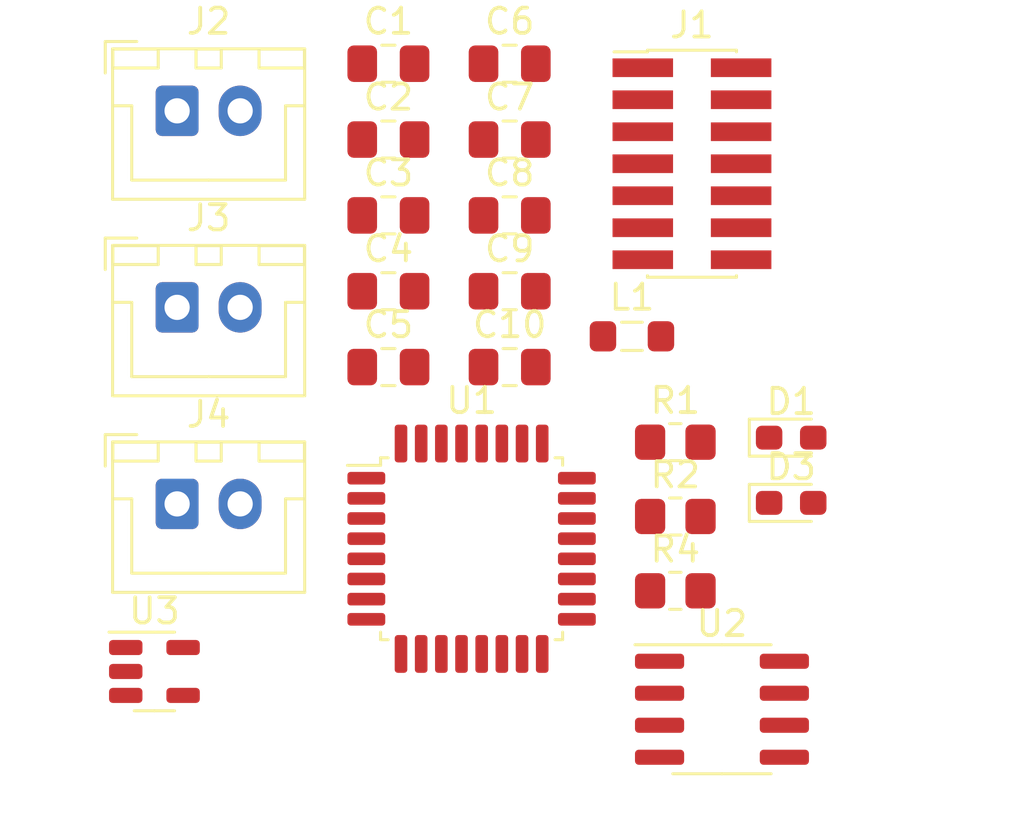
<source format=kicad_pcb>
(kicad_pcb (version 20221018) (generator pcbnew)
  (layers (0 "F.Cu" signal) (31 "B.Cu" signal) (34 "B.Paste" user) (35 "F.Paste" user) (36 "B.SilkS" user "B.Silkscreen") (37 "F.SilkS" user "F.Silkscreen") (38 "B.Mask" user) (39 "F.Mask" user) (44 "Edge.Cuts" user))
  (net 0 "")
  (net 1 "+3V3")
  (net 2 "GND")
  (net 3 "+3.3VA")
  (net 4 "NRST")
  (net 5 "+5V")
  (net 6 "Net-(U3-GND)")
  (net 7 "Net-(D1-K)")
  (net 8 "LED_STATUS")
  (net 9 "Net-(D3-K)")
  (net 12 "+3.3V")
  (net 13 "SWDIO")
  (net 14 "SWDCLK")
  (net 18 "USART2_RX")
  (net 19 "USART2_TX")
  (net 20 "DAC_OUT")
  (net 21 "ADC_IN1")
  (net 22 "Net-(U1-PB9)")
  (net 25 "DAC_nLDAC")
  (net 26 "DAC_nCS")
  (net 27 "SPI1_SCK")
  (net 29 "SPI1_MOSI")
  (footprint "Connector_JST:JST_XH_B2B-XH-A_1x02_P2.50mm_Vertical" (layer "F.Cu") (at 110.535 73.765)
    (fp_text reference "J4" (at 1.25 -3.55) (layer "F.SilkS"))
    (fp_text value "Input")
    (fp_line (start -2.85 -2.75) (end -2.85 -1.5) (stroke (width 0.12)) (layer "F.SilkS"))
    (fp_line (start -2.56 -2.46) (end -2.56 3.51) (stroke (width 0.12)) (layer "F.SilkS"))
    (fp_line (start -2.56 3.51) (end 5.06 3.51) (stroke (width 0.12)) (layer "F.SilkS"))
    (fp_line (start -2.55 -2.45) (end -2.55 -1.7) (stroke (width 0.12)) (layer "F.SilkS"))
    (fp_line (start -2.55 -1.7) (end -0.75 -1.7) (stroke (width 0.12)) (layer "F.SilkS"))
    (fp_line (start -2.55 -0.2) (end -1.8 -0.2) (stroke (width 0.12)) (layer "F.SilkS"))
    (fp_line (start -1.8 -0.2) (end -1.8 2.75) (stroke (width 0.12)) (layer "F.SilkS"))
    (fp_line (start -1.8 2.75) (end 1.25 2.75) (stroke (width 0.12)) (layer "F.SilkS"))
    (fp_line (start -1.6 -2.75) (end -2.85 -2.75) (stroke (width 0.12)) (layer "F.SilkS"))
    (fp_line (start -0.75 -2.45) (end -2.55 -2.45) (stroke (width 0.12)) (layer "F.SilkS"))
    (fp_line (start -0.75 -1.7) (end -0.75 -2.45) (stroke (width 0.12)) (layer "F.SilkS"))
    (fp_line (start 0.75 -2.45) (end 0.75 -1.7) (stroke (width 0.12)) (layer "F.SilkS"))
    (fp_line (start 0.75 -1.7) (end 1.75 -1.7) (stroke (width 0.12)) (layer "F.SilkS"))
    (fp_line (start 1.75 -2.45) (end 0.75 -2.45) (stroke (width 0.12)) (layer "F.SilkS"))
    (fp_line (start 1.75 -1.7) (end 1.75 -2.45) (stroke (width 0.12)) (layer "F.SilkS"))
    (fp_line (start 3.25 -2.45) (end 3.25 -1.7) (stroke (width 0.12)) (layer "F.SilkS"))
    (fp_line (start 3.25 -1.7) (end 5.05 -1.7) (stroke (width 0.12)) (layer "F.SilkS"))
    (fp_line (start 4.3 -0.2) (end 4.3 2.75) (stroke (width 0.12)) (layer "F.SilkS"))
    (fp_line (start 4.3 2.75) (end 1.25 2.75) (stroke (width 0.12)) (layer "F.SilkS"))
    (fp_line (start 5.05 -2.45) (end 3.25 -2.45) (stroke (width 0.12)) (layer "F.SilkS"))
    (fp_line (start 5.05 -1.7) (end 5.05 -2.45) (stroke (width 0.12)) (layer "F.SilkS"))
    (fp_line (start 5.05 -0.2) (end 4.3 -0.2) (stroke (width 0.12)) (layer "F.SilkS"))
    (fp_line (start 5.06 -2.46) (end -2.56 -2.46) (stroke (width 0.12)) (layer "F.SilkS"))
    (fp_line (start 5.06 3.51) (end 5.06 -2.46) (stroke (width 0.12)) (layer "F.SilkS"))
    (pad "1" thru_hole roundrect (at 0 0) (size 1.7 2) (drill 1) (layers "*.Cu" "*.Mask") (roundrect_rratio 0.147059) (net 21 "ADC_IN1"))
    (pad "2" thru_hole oval (at 2.5 0) (size 1.7 2) (drill 1) (layers "*.Cu" "*.Mask") (net 2 "GND"))
  )
  (footprint "Package_SO:SOIC-8_3.9x4.9mm_P1.27mm" (layer "F.Cu") (at 132.145 81.915)
    (fp_text reference "U2" (at 0 -3.4) (layer "F.SilkS"))
    (fp_text value "MCP4801")
    (fp_line (start 0 -2.56) (end -3.45 -2.56) (stroke (width 0.12)) (layer "F.SilkS"))
    (fp_line (start 0 -2.56) (end 1.95 -2.56) (stroke (width 0.12)) (layer "F.SilkS"))
    (fp_line (start 0 2.56) (end -1.95 2.56) (stroke (width 0.12)) (layer "F.SilkS"))
    (fp_line (start 0 2.56) (end 1.95 2.56) (stroke (width 0.12)) (layer "F.SilkS"))
    (pad "1" smd roundrect (at -2.475 -1.905) (size 1.95 0.6) (layers "F.Cu" "F.Paste" "F.Mask") (net 3 "+3.3VA"))
    (pad "2" smd roundrect (at -2.475 -0.635) (size 1.95 0.6) (layers "F.Cu" "F.Paste" "F.Mask") (net 26 "DAC_nCS"))
    (pad "3" smd roundrect (at -2.475 0.635) (size 1.95 0.6) (layers "F.Cu" "F.Paste" "F.Mask") (net 27 "SPI1_SCK"))
    (pad "4" smd roundrect (at -2.475 1.905) (size 1.95 0.6) (layers "F.Cu" "F.Paste" "F.Mask") (net 29 "SPI1_MOSI"))
    (pad "5" smd roundrect (at 2.475 1.905) (size 1.95 0.6) (layers "F.Cu" "F.Paste" "F.Mask") (net 25 "DAC_nLDAC"))
    (pad "6" smd roundrect (at 2.475 0.635) (size 1.95 0.6) (layers "F.Cu" "F.Paste" "F.Mask") (net 3 "+3.3VA"))
    (pad "7" smd roundrect (at 2.475 -0.635) (size 1.95 0.6) (layers "F.Cu" "F.Paste" "F.Mask") (net 2 "GND"))
    (pad "8" smd roundrect (at 2.475 -1.905) (size 1.95 0.6) (layers "F.Cu" "F.Paste" "F.Mask") (net 20 "DAC_OUT"))
  )
  (footprint "LED_SMD:LED_0603_1608Metric_Pad1.05x0.95mm_HandSolder" (layer "F.Cu") (at 134.89 71.135)
    (fp_text reference "D1" (at 0 -1.43) (layer "F.SilkS"))
    (fp_text value "ORANGE TLM01100-GS8")
    (fp_line (start -1.66 -0.735) (end -1.66 0.735) (stroke (width 0.12)) (layer "F.SilkS"))
    (fp_line (start -1.66 0.735) (end 0.8 0.735) (stroke (width 0.12)) (layer "F.SilkS"))
    (fp_line (start 0.8 -0.735) (end -1.66 -0.735) (stroke (width 0.12)) (layer "F.SilkS"))
    (pad "1" smd roundrect (at -0.875 0) (size 1.05 0.95) (layers "F.Cu" "F.Paste" "F.Mask") (net 7 "Net-(D1-K)"))
    (pad "2" smd roundrect (at 0.875 0) (size 1.05 0.95) (layers "F.Cu" "F.Paste" "F.Mask") (net 8 "LED_STATUS"))
  )
  (footprint "Capacitor_SMD:C_0805_2012Metric_Pad1.18x1.45mm_HandSolder" (layer "F.Cu") (at 118.915 56.295)
    (fp_text reference "C1" (at 0 -1.68) (layer "F.SilkS"))
    (fp_text value "100nF")
    (fp_line (start -0.261252 -0.735) (end 0.261252 -0.735) (stroke (width 0.12)) (layer "F.SilkS"))
    (fp_line (start -0.261252 0.735) (end 0.261252 0.735) (stroke (width 0.12)) (layer "F.SilkS"))
    (pad "1" smd roundrect (at -1.0375 0) (size 1.175 1.45) (layers "F.Cu" "F.Paste" "F.Mask") (roundrect_rratio 0.212766) (net 1 "+3V3"))
    (pad "2" smd roundrect (at 1.0375 0) (size 1.175 1.45) (layers "F.Cu" "F.Paste" "F.Mask") (roundrect_rratio 0.212766) (net 2 "GND"))
  )
  (footprint "Capacitor_SMD:C_0805_2012Metric_Pad1.18x1.45mm_HandSolder" (layer "F.Cu") (at 118.915 68.335)
    (fp_text reference "C5" (at 0 -1.68) (layer "F.SilkS"))
    (fp_text value "10nF")
    (fp_line (start -0.261252 -0.735) (end 0.261252 -0.735) (stroke (width 0.12)) (layer "F.SilkS"))
    (fp_line (start -0.261252 0.735) (end 0.261252 0.735) (stroke (width 0.12)) (layer "F.SilkS"))
    (pad "1" smd roundrect (at -1.0375 0) (size 1.175 1.45) (layers "F.Cu" "F.Paste" "F.Mask") (roundrect_rratio 0.212766) (net 3 "+3.3VA"))
    (pad "2" smd roundrect (at 1.0375 0) (size 1.175 1.45) (layers "F.Cu" "F.Paste" "F.Mask") (roundrect_rratio 0.212766) (net 2 "GND"))
  )
  (footprint "Resistor_SMD:R_0805_2012Metric_Pad1.20x1.40mm_HandSolder" (layer "F.Cu") (at 130.295 74.265)
    (fp_text reference "R2" (at 0 -1.65) (layer "F.SilkS"))
    (fp_text value "100K")
    (fp_line (start -0.227064 -0.735) (end 0.227064 -0.735) (stroke (width 0.12)) (layer "F.SilkS"))
    (fp_line (start -0.227064 0.735) (end 0.227064 0.735) (stroke (width 0.12)) (layer "F.SilkS"))
    (pad "1" smd roundrect (at -1 0) (size 1.2 1.4) (layers "F.Cu" "F.Paste" "F.Mask") (roundrect_rratio 0.208333) (net 22 "Net-(U1-PB9)"))
    (pad "2" smd roundrect (at 1 0) (size 1.2 1.4) (layers "F.Cu" "F.Paste" "F.Mask") (roundrect_rratio 0.208333) (net 2 "GND"))
  )
  (footprint "Capacitor_SMD:C_0805_2012Metric_Pad1.18x1.45mm_HandSolder" (layer "F.Cu") (at 123.725 68.335)
    (fp_text reference "C10" (at 0 -1.68) (layer "F.SilkS"))
    (fp_text value "10uF")
    (fp_line (start -0.261252 -0.735) (end 0.261252 -0.735) (stroke (width 0.12)) (layer "F.SilkS"))
    (fp_line (start -0.261252 0.735) (end 0.261252 0.735) (stroke (width 0.12)) (layer "F.SilkS"))
    (pad "1" smd roundrect (at -1.0375 0) (size 1.175 1.45) (layers "F.Cu" "F.Paste" "F.Mask") (roundrect_rratio 0.212766) (net 3 "+3.3VA"))
    (pad "2" smd roundrect (at 1.0375 0) (size 1.175 1.45) (layers "F.Cu" "F.Paste" "F.Mask") (roundrect_rratio 0.212766) (net 2 "GND"))
  )
  (footprint "Capacitor_SMD:C_0805_2012Metric_Pad1.18x1.45mm_HandSolder" (layer "F.Cu") (at 123.725 62.315)
    (fp_text reference "C8" (at 0 -1.68) (layer "F.SilkS"))
    (fp_text value "1uF")
    (fp_line (start -0.261252 -0.735) (end 0.261252 -0.735) (stroke (width 0.12)) (layer "F.SilkS"))
    (fp_line (start -0.261252 0.735) (end 0.261252 0.735) (stroke (width 0.12)) (layer "F.SilkS"))
    (pad "1" smd roundrect (at -1.0375 0) (size 1.175 1.45) (layers "F.Cu" "F.Paste" "F.Mask") (roundrect_rratio 0.212766) (net 1 "+3V3"))
    (pad "2" smd roundrect (at 1.0375 0) (size 1.175 1.45) (layers "F.Cu" "F.Paste" "F.Mask") (roundrect_rratio 0.212766) (net 6 "Net-(U3-GND)"))
  )
  (footprint "Resistor_SMD:R_0805_2012Metric_Pad1.20x1.40mm_HandSolder" (layer "F.Cu") (at 130.295 71.315)
    (fp_text reference "R1" (at 0 -1.65) (layer "F.SilkS"))
    (fp_text value "1K")
    (fp_line (start -0.227064 -0.735) (end 0.227064 -0.735) (stroke (width 0.12)) (layer "F.SilkS"))
    (fp_line (start -0.227064 0.735) (end 0.227064 0.735) (stroke (width 0.12)) (layer "F.SilkS"))
    (pad "1" smd roundrect (at -1 0) (size 1.2 1.4) (layers "F.Cu" "F.Paste" "F.Mask") (roundrect_rratio 0.208333) (net 7 "Net-(D1-K)"))
    (pad "2" smd roundrect (at 1 0) (size 1.2 1.4) (layers "F.Cu" "F.Paste" "F.Mask") (roundrect_rratio 0.208333) (net 2 "GND"))
  )
  (footprint "Capacitor_SMD:C_0805_2012Metric_Pad1.18x1.45mm_HandSolder" (layer "F.Cu") (at 118.915 65.325)
    (fp_text reference "C4" (at 0 -1.68) (layer "F.SilkS"))
    (fp_text value "1uF")
    (fp_line (start -0.261252 -0.735) (end 0.261252 -0.735) (stroke (width 0.12)) (layer "F.SilkS"))
    (fp_line (start -0.261252 0.735) (end 0.261252 0.735) (stroke (width 0.12)) (layer "F.SilkS"))
    (pad "1" smd roundrect (at -1.0375 0) (size 1.175 1.45) (layers "F.Cu" "F.Paste" "F.Mask") (roundrect_rratio 0.212766) (net 3 "+3.3VA"))
    (pad "2" smd roundrect (at 1.0375 0) (size 1.175 1.45) (layers "F.Cu" "F.Paste" "F.Mask") (roundrect_rratio 0.212766) (net 2 "GND"))
  )
  (footprint "LED_SMD:LED_0603_1608Metric_Pad1.05x0.95mm_HandSolder" (layer "F.Cu") (at 134.89 73.725)
    (fp_text reference "D3" (at 0 -1.43) (layer "F.SilkS"))
    (fp_text value "Green LED")
    (fp_line (start -1.66 -0.735) (end -1.66 0.735) (stroke (width 0.12)) (layer "F.SilkS"))
    (fp_line (start -1.66 0.735) (end 0.8 0.735) (stroke (width 0.12)) (layer "F.SilkS"))
    (fp_line (start 0.8 -0.735) (end -1.66 -0.735) (stroke (width 0.12)) (layer "F.SilkS"))
    (pad "1" smd roundrect (at -0.875 0) (size 1.05 0.95) (layers "F.Cu" "F.Paste" "F.Mask") (net 9 "Net-(D3-K)"))
    (pad "2" smd roundrect (at 0.875 0) (size 1.05 0.95) (layers "F.Cu" "F.Paste" "F.Mask") (net 1 "+3V3"))
  )
  (footprint "Inductor_SMD:L_0805_2012Metric_Pad1.05x1.20mm_HandSolder" (layer "F.Cu") (at 128.575 67.115)
    (fp_text reference "L1" (at 0 -1.55) (layer "F.SilkS"))
    (fp_text value "39nH")
    (fp_line (start -0.410242 -0.56) (end 0.410242 -0.56) (stroke (width 0.12)) (layer "F.SilkS"))
    (fp_line (start -0.410242 0.56) (end 0.410242 0.56) (stroke (width 0.12)) (layer "F.SilkS"))
    (pad "1" smd roundrect (at -1.15 0) (size 1.05 1.2) (layers "F.Cu" "F.Paste" "F.Mask") (roundrect_rratio 0.238095) (net 1 "+3V3"))
    (pad "2" smd roundrect (at 1.15 0) (size 1.05 1.2) (layers "F.Cu" "F.Paste" "F.Mask") (roundrect_rratio 0.238095) (net 3 "+3.3VA"))
  )
  (footprint "Connector_PinHeader_1.27mm:PinHeader_2x07_P1.27mm_Vertical_SMD" (layer "F.Cu") (at 130.955 60.265)
    (fp_text reference "J1" (at 0 -5.505) (layer "F.SilkS"))
    (fp_text value "Conn_02x07_Odd_Even")
    (fp_line (start -3.09 -4.44) (end -1.765 -4.44) (stroke (width 0.12)) (layer "F.SilkS"))
    (fp_line (start -1.765 -4.505) (end -1.765 -4.44) (stroke (width 0.12)) (layer "F.SilkS"))
    (fp_line (start -1.765 -4.505) (end 1.765 -4.505) (stroke (width 0.12)) (layer "F.SilkS"))
    (fp_line (start -1.765 4.44) (end -1.765 4.505) (stroke (width 0.12)) (layer "F.SilkS"))
    (fp_line (start -1.765 4.505) (end 1.765 4.505) (stroke (width 0.12)) (layer "F.SilkS"))
    (fp_line (start 1.765 -4.505) (end 1.765 -4.44) (stroke (width 0.12)) (layer "F.SilkS"))
    (fp_line (start 1.765 4.44) (end 1.765 4.505) (stroke (width 0.12)) (layer "F.SilkS"))
    (pad "1" smd rect (at -1.95 -3.81) (size 2.4 0.74) (layers "F.Cu" "F.Paste" "F.Mask"))
    (pad "2" smd rect (at 1.95 -3.81) (size 2.4 0.74) (layers "F.Cu" "F.Paste" "F.Mask"))
    (pad "3" smd rect (at -1.95 -2.54) (size 2.4 0.74) (layers "F.Cu" "F.Paste" "F.Mask") (net 12 "+3.3V"))
    (pad "4" smd rect (at 1.95 -2.54) (size 2.4 0.74) (layers "F.Cu" "F.Paste" "F.Mask") (net 13 "SWDIO"))
    (pad "5" smd rect (at -1.95 -1.27) (size 2.4 0.74) (layers "F.Cu" "F.Paste" "F.Mask") (net 2 "GND"))
    (pad "6" smd rect (at 1.95 -1.27) (size 2.4 0.74) (layers "F.Cu" "F.Paste" "F.Mask") (net 14 "SWDCLK"))
    (pad "7" smd rect (at -1.95 0) (size 2.4 0.74) (layers "F.Cu" "F.Paste" "F.Mask") (net 2 "GND"))
    (pad "8" smd rect (at 1.95 0) (size 2.4 0.74) (layers "F.Cu" "F.Paste" "F.Mask"))
    (pad "9" smd rect (at -1.95 1.27) (size 2.4 0.74) (layers "F.Cu" "F.Paste" "F.Mask"))
    (pad "10" smd rect (at 1.95 1.27) (size 2.4 0.74) (layers "F.Cu" "F.Paste" "F.Mask"))
    (pad "11" smd rect (at -1.95 2.54) (size 2.4 0.74) (layers "F.Cu" "F.Paste" "F.Mask") (net 2 "GND"))
    (pad "12" smd rect (at 1.95 2.54) (size 2.4 0.74) (layers "F.Cu" "F.Paste" "F.Mask") (net 4 "NRST"))
    (pad "13" smd rect (at -1.95 3.81) (size 2.4 0.74) (layers "F.Cu" "F.Paste" "F.Mask") (net 18 "USART2_RX"))
    (pad "14" smd rect (at 1.95 3.81) (size 2.4 0.74) (layers "F.Cu" "F.Paste" "F.Mask") (net 19 "USART2_TX"))
  )
  (footprint "Capacitor_SMD:C_0805_2012Metric_Pad1.18x1.45mm_HandSolder" (layer "F.Cu") (at 123.725 59.305)
    (fp_text reference "C7" (at 0 -1.68) (layer "F.SilkS"))
    (fp_text value "1uF")
    (fp_line (start -0.261252 -0.735) (end 0.261252 -0.735) (stroke (width 0.12)) (layer "F.SilkS"))
    (fp_line (start -0.261252 0.735) (end 0.261252 0.735) (stroke (width 0.12)) (layer "F.SilkS"))
    (pad "1" smd roundrect (at -1.0375 0) (size 1.175 1.45) (layers "F.Cu" "F.Paste" "F.Mask") (roundrect_rratio 0.212766) (net 5 "+5V"))
    (pad "2" smd roundrect (at 1.0375 0) (size 1.175 1.45) (layers "F.Cu" "F.Paste" "F.Mask") (roundrect_rratio 0.212766) (net 6 "Net-(U3-GND)"))
  )
  (footprint "Connector_JST:JST_XH_B2B-XH-A_1x02_P2.50mm_Vertical" (layer "F.Cu") (at 110.535 65.965)
    (fp_text reference "J3" (at 1.25 -3.55) (layer "F.SilkS"))
    (fp_text value "Output")
    (fp_line (start -2.85 -2.75) (end -2.85 -1.5) (stroke (width 0.12)) (layer "F.SilkS"))
    (fp_line (start -2.56 -2.46) (end -2.56 3.51) (stroke (width 0.12)) (layer "F.SilkS"))
    (fp_line (start -2.56 3.51) (end 5.06 3.51) (stroke (width 0.12)) (layer "F.SilkS"))
    (fp_line (start -2.55 -2.45) (end -2.55 -1.7) (stroke (width 0.12)) (layer "F.SilkS"))
    (fp_line (start -2.55 -1.7) (end -0.75 -1.7) (stroke (width 0.12)) (layer "F.SilkS"))
    (fp_line (start -2.55 -0.2) (end -1.8 -0.2) (stroke (width 0.12)) (layer "F.SilkS"))
    (fp_line (start -1.8 -0.2) (end -1.8 2.75) (stroke (width 0.12)) (layer "F.SilkS"))
    (fp_line (start -1.8 2.75) (end 1.25 2.75) (stroke (width 0.12)) (layer "F.SilkS"))
    (fp_line (start -1.6 -2.75) (end -2.85 -2.75) (stroke (width 0.12)) (layer "F.SilkS"))
    (fp_line (start -0.75 -2.45) (end -2.55 -2.45) (stroke (width 0.12)) (layer "F.SilkS"))
    (fp_line (start -0.75 -1.7) (end -0.75 -2.45) (stroke (width 0.12)) (layer "F.SilkS"))
    (fp_line (start 0.75 -2.45) (end 0.75 -1.7) (stroke (width 0.12)) (layer "F.SilkS"))
    (fp_line (start 0.75 -1.7) (end 1.75 -1.7) (stroke (width 0.12)) (layer "F.SilkS"))
    (fp_line (start 1.75 -2.45) (end 0.75 -2.45) (stroke (width 0.12)) (layer "F.SilkS"))
    (fp_line (start 1.75 -1.7) (end 1.75 -2.45) (stroke (width 0.12)) (layer "F.SilkS"))
    (fp_line (start 3.25 -2.45) (end 3.25 -1.7) (stroke (width 0.12)) (layer "F.SilkS"))
    (fp_line (start 3.25 -1.7) (end 5.05 -1.7) (stroke (width 0.12)) (layer "F.SilkS"))
    (fp_line (start 4.3 -0.2) (end 4.3 2.75) (stroke (width 0.12)) (layer "F.SilkS"))
    (fp_line (start 4.3 2.75) (end 1.25 2.75) (stroke (width 0.12)) (layer "F.SilkS"))
    (fp_line (start 5.05 -2.45) (end 3.25 -2.45) (stroke (width 0.12)) (layer "F.SilkS"))
    (fp_line (start 5.05 -1.7) (end 5.05 -2.45) (stroke (width 0.12)) (layer "F.SilkS"))
    (fp_line (start 5.05 -0.2) (end 4.3 -0.2) (stroke (width 0.12)) (layer "F.SilkS"))
    (fp_line (start 5.06 -2.46) (end -2.56 -2.46) (stroke (width 0.12)) (layer "F.SilkS"))
    (fp_line (start 5.06 3.51) (end 5.06 -2.46) (stroke (width 0.12)) (layer "F.SilkS"))
    (pad "1" thru_hole roundrect (at 0 0) (size 1.7 2) (drill 1) (layers "*.Cu" "*.Mask") (roundrect_rratio 0.147059) (net 20 "DAC_OUT"))
    (pad "2" thru_hole oval (at 2.5 0) (size 1.7 2) (drill 1) (layers "*.Cu" "*.Mask") (net 2 "GND"))
  )
  (footprint "Resistor_SMD:R_0805_2012Metric_Pad1.20x1.40mm_HandSolder" (layer "F.Cu") (at 130.295 77.215)
    (fp_text reference "R4" (at 0 -1.65) (layer "F.SilkS"))
    (fp_text value "1K")
    (fp_line (start -0.227064 -0.735) (end 0.227064 -0.735) (stroke (width 0.12)) (layer "F.SilkS"))
    (fp_line (start -0.227064 0.735) (end 0.227064 0.735) (stroke (width 0.12)) (layer "F.SilkS"))
    (pad "1" smd roundrect (at -1 0) (size 1.2 1.4) (layers "F.Cu" "F.Paste" "F.Mask") (roundrect_rratio 0.208333) (net 9 "Net-(D3-K)"))
    (pad "2" smd roundrect (at 1 0) (size 1.2 1.4) (layers "F.Cu" "F.Paste" "F.Mask") (roundrect_rratio 0.208333) (net 2 "GND"))
  )
  (footprint "Capacitor_SMD:C_0805_2012Metric_Pad1.18x1.45mm_HandSolder" (layer "F.Cu") (at 118.915 59.305)
    (fp_text reference "C2" (at 0 -1.68) (layer "F.SilkS"))
    (fp_text value "100nF")
    (fp_line (start -0.261252 -0.735) (end 0.261252 -0.735) (stroke (width 0.12)) (layer "F.SilkS"))
    (fp_line (start -0.261252 0.735) (end 0.261252 0.735) (stroke (width 0.12)) (layer "F.SilkS"))
    (pad "1" smd roundrect (at -1.0375 0) (size 1.175 1.45) (layers "F.Cu" "F.Paste" "F.Mask") (roundrect_rratio 0.212766) (net 1 "+3V3"))
    (pad "2" smd roundrect (at 1.0375 0) (size 1.175 1.45) (layers "F.Cu" "F.Paste" "F.Mask") (roundrect_rratio 0.212766) (net 2 "GND"))
  )
  (footprint "Capacitor_SMD:C_0805_2012Metric_Pad1.18x1.45mm_HandSolder" (layer "F.Cu") (at 123.725 56.295)
    (fp_text reference "C6" (at 0 -1.68) (layer "F.SilkS"))
    (fp_text value "100nF")
    (fp_line (start -0.261252 -0.735) (end 0.261252 -0.735) (stroke (width 0.12)) (layer "F.SilkS"))
    (fp_line (start -0.261252 0.735) (end 0.261252 0.735) (stroke (width 0.12)) (layer "F.SilkS"))
    (pad "1" smd roundrect (at -1.0375 0) (size 1.175 1.45) (layers "F.Cu" "F.Paste" "F.Mask") (roundrect_rratio 0.212766) (net 4 "NRST"))
    (pad "2" smd roundrect (at 1.0375 0) (size 1.175 1.45) (layers "F.Cu" "F.Paste" "F.Mask") (roundrect_rratio 0.212766) (net 2 "GND"))
  )
  (footprint "Capacitor_SMD:C_0805_2012Metric_Pad1.18x1.45mm_HandSolder" (layer "F.Cu") (at 118.915 62.315)
    (fp_text reference "C3" (at 0 -1.68) (layer "F.SilkS"))
    (fp_text value "100nF")
    (fp_line (start -0.261252 -0.735) (end 0.261252 -0.735) (stroke (width 0.12)) (layer "F.SilkS"))
    (fp_line (start -0.261252 0.735) (end 0.261252 0.735) (stroke (width 0.12)) (layer "F.SilkS"))
    (pad "1" smd roundrect (at -1.0375 0) (size 1.175 1.45) (layers "F.Cu" "F.Paste" "F.Mask") (roundrect_rratio 0.212766) (net 1 "+3V3"))
    (pad "2" smd roundrect (at 1.0375 0) (size 1.175 1.45) (layers "F.Cu" "F.Paste" "F.Mask") (roundrect_rratio 0.212766) (net 2 "GND"))
  )
  (footprint "Package_TO_SOT_SMD:SOT-23-5" (layer "F.Cu") (at 109.635 80.415)
    (fp_text reference "U3" (at 0 -2.4) (layer "F.SilkS"))
    (fp_text value "BU33SD5WG-TR")
    (fp_line (start 0 -1.56) (end -1.8 -1.56) (stroke (width 0.12)) (layer "F.SilkS"))
    (fp_line (start 0 -1.56) (end 0.8 -1.56) (stroke (width 0.12)) (layer "F.SilkS"))
    (fp_line (start 0 1.56) (end -0.8 1.56) (stroke (width 0.12)) (layer "F.SilkS"))
    (fp_line (start 0 1.56) (end 0.8 1.56) (stroke (width 0.12)) (layer "F.SilkS"))
    (pad "1" smd roundrect (at -1.1375 -0.95) (size 1.325 0.6) (layers "F.Cu" "F.Paste" "F.Mask") (net 5 "+5V"))
    (pad "2" smd roundrect (at -1.1375 0) (size 1.325 0.6) (layers "F.Cu" "F.Paste" "F.Mask") (net 6 "Net-(U3-GND)"))
    (pad "3" smd roundrect (at -1.1375 0.95) (size 1.325 0.6) (layers "F.Cu" "F.Paste" "F.Mask") (net 5 "+5V"))
    (pad "4" smd roundrect (at 1.1375 0.95) (size 1.325 0.6) (layers "F.Cu" "F.Paste" "F.Mask"))
    (pad "5" smd roundrect (at 1.1375 -0.95) (size 1.325 0.6) (layers "F.Cu" "F.Paste" "F.Mask") (net 1 "+3V3"))
  )
  (footprint "Connector_JST:JST_XH_B2B-XH-A_1x02_P2.50mm_Vertical" (layer "F.Cu") (at 110.535 58.165)
    (fp_text reference "J2" (at 1.25 -3.55) (layer "F.SilkS"))
    (fp_text value "Power")
    (fp_line (start -2.85 -2.75) (end -2.85 -1.5) (stroke (width 0.12)) (layer "F.SilkS"))
    (fp_line (start -2.56 -2.46) (end -2.56 3.51) (stroke (width 0.12)) (layer "F.SilkS"))
    (fp_line (start -2.56 3.51) (end 5.06 3.51) (stroke (width 0.12)) (layer "F.SilkS"))
    (fp_line (start -2.55 -2.45) (end -2.55 -1.7) (stroke (width 0.12)) (layer "F.SilkS"))
    (fp_line (start -2.55 -1.7) (end -0.75 -1.7) (stroke (width 0.12)) (layer "F.SilkS"))
    (fp_line (start -2.55 -0.2) (end -1.8 -0.2) (stroke (width 0.12)) (layer "F.SilkS"))
    (fp_line (start -1.8 -0.2) (end -1.8 2.75) (stroke (width 0.12)) (layer "F.SilkS"))
    (fp_line (start -1.8 2.75) (end 1.25 2.75) (stroke (width 0.12)) (layer "F.SilkS"))
    (fp_line (start -1.6 -2.75) (end -2.85 -2.75) (stroke (width 0.12)) (layer "F.SilkS"))
    (fp_line (start -0.75 -2.45) (end -2.55 -2.45) (stroke (width 0.12)) (layer "F.SilkS"))
    (fp_line (start -0.75 -1.7) (end -0.75 -2.45) (stroke (width 0.12)) (layer "F.SilkS"))
    (fp_line (start 0.75 -2.45) (end 0.75 -1.7) (stroke (width 0.12)) (layer "F.SilkS"))
    (fp_line (start 0.75 -1.7) (end 1.75 -1.7) (stroke (width 0.12)) (layer "F.SilkS"))
    (fp_line (start 1.75 -2.45) (end 0.75 -2.45) (stroke (width 0.12)) (layer "F.SilkS"))
    (fp_line (start 1.75 -1.7) (end 1.75 -2.45) (stroke (width 0.12)) (layer "F.SilkS"))
    (fp_line (start 3.25 -2.45) (end 3.25 -1.7) (stroke (width 0.12)) (layer "F.SilkS"))
    (fp_line (start 3.25 -1.7) (end 5.05 -1.7) (stroke (width 0.12)) (layer "F.SilkS"))
    (fp_line (start 4.3 -0.2) (end 4.3 2.75) (stroke (width 0.12)) (layer "F.SilkS"))
    (fp_line (start 4.3 2.75) (end 1.25 2.75) (stroke (width 0.12)) (layer "F.SilkS"))
    (fp_line (start 5.05 -2.45) (end 3.25 -2.45) (stroke (width 0.12)) (layer "F.SilkS"))
    (fp_line (start 5.05 -1.7) (end 5.05 -2.45) (stroke (width 0.12)) (layer "F.SilkS"))
    (fp_line (start 5.05 -0.2) (end 4.3 -0.2) (stroke (width 0.12)) (layer "F.SilkS"))
    (fp_line (start 5.06 -2.46) (end -2.56 -2.46) (stroke (width 0.12)) (layer "F.SilkS"))
    (fp_line (start 5.06 3.51) (end 5.06 -2.46) (stroke (width 0.12)) (layer "F.SilkS"))
    (pad "1" thru_hole roundrect (at 0 0) (size 1.7 2) (drill 1) (layers "*.Cu" "*.Mask") (roundrect_rratio 0.147059) (net 5 "+5V"))
    (pad "2" thru_hole oval (at 2.5 0) (size 1.7 2) (drill 1) (layers "*.Cu" "*.Mask") (net 2 "GND"))
  )
  (footprint "Capacitor_SMD:C_0805_2012Metric_Pad1.18x1.45mm_HandSolder" (layer "F.Cu") (at 123.725 65.325)
    (fp_text reference "C9" (at 0 -1.68) (layer "F.SilkS"))
    (fp_text value "100nF")
    (fp_line (start -0.261252 -0.735) (end 0.261252 -0.735) (stroke (width 0.12)) (layer "F.SilkS"))
    (fp_line (start -0.261252 0.735) (end 0.261252 0.735) (stroke (width 0.12)) (layer "F.SilkS"))
    (pad "1" smd roundrect (at -1.0375 0) (size 1.175 1.45) (layers "F.Cu" "F.Paste" "F.Mask") (roundrect_rratio 0.212766) (net 3 "+3.3VA"))
    (pad "2" smd roundrect (at 1.0375 0) (size 1.175 1.45) (layers "F.Cu" "F.Paste" "F.Mask") (roundrect_rratio 0.212766) (net 2 "GND"))
  )
  (footprint "Package_QFP:LQFP-32_7x7mm_P0.8mm" (layer "F.Cu") (at 122.215 75.545)
    (fp_text reference "U1" (at 0 -5.88) (layer "F.SilkS"))
    (fp_text value "STM32L021K4Tx")
    (fp_line (start -3.61 -3.61) (end -3.61 -3.31) (stroke (width 0.12)) (layer "F.SilkS"))
    (fp_line (start -3.61 -3.31) (end -4.925 -3.31) (stroke (width 0.12)) (layer "F.SilkS"))
    (fp_line (start -3.61 3.61) (end -3.61 3.31) (stroke (width 0.12)) (layer "F.SilkS"))
    (fp_line (start -3.31 -3.61) (end -3.61 -3.61) (stroke (width 0.12)) (layer "F.SilkS"))
    (fp_line (start -3.31 3.61) (end -3.61 3.61) (stroke (width 0.12)) (layer "F.SilkS"))
    (fp_line (start 3.31 -3.61) (end 3.61 -3.61) (stroke (width 0.12)) (layer "F.SilkS"))
    (fp_line (start 3.31 3.61) (end 3.61 3.61) (stroke (width 0.12)) (layer "F.SilkS"))
    (fp_line (start 3.61 -3.61) (end 3.61 -3.31) (stroke (width 0.12)) (layer "F.SilkS"))
    (fp_line (start 3.61 3.61) (end 3.61 3.31) (stroke (width 0.12)) (layer "F.SilkS"))
    (pad "1" smd roundrect (at -4.175 -2.8) (size 1.5 0.5) (layers "F.Cu" "F.Paste" "F.Mask") (net 12 "+3.3V"))
    (pad "2" smd roundrect (at -4.175 -2) (size 1.5 0.5) (layers "F.Cu" "F.Paste" "F.Mask"))
    (pad "3" smd roundrect (at -4.175 -1.2) (size 1.5 0.5) (layers "F.Cu" "F.Paste" "F.Mask"))
    (pad "4" smd roundrect (at -4.175 -0.4) (size 1.5 0.5) (layers "F.Cu" "F.Paste" "F.Mask") (net 4 "NRST"))
    (pad "5" smd roundrect (at -4.175 0.4) (size 1.5 0.5) (layers "F.Cu" "F.Paste" "F.Mask") (net 3 "+3.3VA"))
    (pad "6" smd roundrect (at -4.175 1.2) (size 1.5 0.5) (layers "F.Cu" "F.Paste" "F.Mask") (net 18 "USART2_RX"))
    (pad "7" smd roundrect (at -4.175 2) (size 1.5 0.5) (layers "F.Cu" "F.Paste" "F.Mask") (net 21 "ADC_IN1"))
    (pad "8" smd roundrect (at -4.175 2.8) (size 1.5 0.5) (layers "F.Cu" "F.Paste" "F.Mask") (net 19 "USART2_TX"))
    (pad "9" smd roundrect (at -2.8 4.175) (size 0.5 1.5) (layers "F.Cu" "F.Paste" "F.Mask") (net 25 "DAC_nLDAC"))
    (pad "10" smd roundrect (at -2 4.175) (size 0.5 1.5) (layers "F.Cu" "F.Paste" "F.Mask") (net 26 "DAC_nCS"))
    (pad "11" smd roundrect (at -1.2 4.175) (size 0.5 1.5) (layers "F.Cu" "F.Paste" "F.Mask") (net 27 "SPI1_SCK"))
    (pad "12" smd roundrect (at -0.4 4.175) (size 0.5 1.5) (layers "F.Cu" "F.Paste" "F.Mask"))
    (pad "13" smd roundrect (at 0.4 4.175) (size 0.5 1.5) (layers "F.Cu" "F.Paste" "F.Mask") (net 29 "SPI1_MOSI"))
    (pad "14" smd roundrect (at 1.2 4.175) (size 0.5 1.5) (layers "F.Cu" "F.Paste" "F.Mask"))
    (pad "15" smd roundrect (at 2 4.175) (size 0.5 1.5) (layers "F.Cu" "F.Paste" "F.Mask"))
    (pad "16" smd roundrect (at 2.8 4.175) (size 0.5 1.5) (layers "F.Cu" "F.Paste" "F.Mask") (net 2 "GND"))
    (pad "17" smd roundrect (at 4.175 2.8) (size 1.5 0.5) (layers "F.Cu" "F.Paste" "F.Mask") (net 12 "+3.3V"))
    (pad "18" smd roundrect (at 4.175 2) (size 1.5 0.5) (layers "F.Cu" "F.Paste" "F.Mask") (net 8 "LED_STATUS"))
    (pad "19" smd roundrect (at 4.175 1.2) (size 1.5 0.5) (layers "F.Cu" "F.Paste" "F.Mask"))
    (pad "20" smd roundrect (at 4.175 0.4) (size 1.5 0.5) (layers "F.Cu" "F.Paste" "F.Mask"))
    (pad "21" smd roundrect (at 4.175 -0.4) (size 1.5 0.5) (layers "F.Cu" "F.Paste" "F.Mask"))
    (pad "22" smd roundrect (at 4.175 -1.2) (size 1.5 0.5) (layers "F.Cu" "F.Paste" "F.Mask"))
    (pad "23" smd roundrect (at 4.175 -2) (size 1.5 0.5) (layers "F.Cu" "F.Paste" "F.Mask") (net 13 "SWDIO"))
    (pad "24" smd roundrect (at 4.175 -2.8) (size 1.5 0.5) (layers "F.Cu" "F.Paste" "F.Mask") (net 14 "SWDCLK"))
    (pad "25" smd roundrect (at 2.8 -4.175) (size 0.5 1.5) (layers "F.Cu" "F.Paste" "F.Mask"))
    (pad "26" smd roundrect (at 2 -4.175) (size 0.5 1.5) (layers "F.Cu" "F.Paste" "F.Mask"))
    (pad "27" smd roundrect (at 1.2 -4.175) (size 0.5 1.5) (layers "F.Cu" "F.Paste" "F.Mask"))
    (pad "28" smd roundrect (at 0.4 -4.175) (size 0.5 1.5) (layers "F.Cu" "F.Paste" "F.Mask"))
    (pad "29" smd roundrect (at -0.4 -4.175) (size 0.5 1.5) (layers "F.Cu" "F.Paste" "F.Mask"))
    (pad "30" smd roundrect (at -1.2 -4.175) (size 0.5 1.5) (layers "F.Cu" "F.Paste" "F.Mask"))
    (pad "31" smd roundrect (at -2 -4.175) (size 0.5 1.5) (layers "F.Cu" "F.Paste" "F.Mask") (net 22 "Net-(U1-PB9)"))
    (pad "32" smd roundrect (at -2.8 -4.175) (size 0.5 1.5) (layers "F.Cu" "F.Paste" "F.Mask") (net 2 "GND"))
  )
)
</source>
